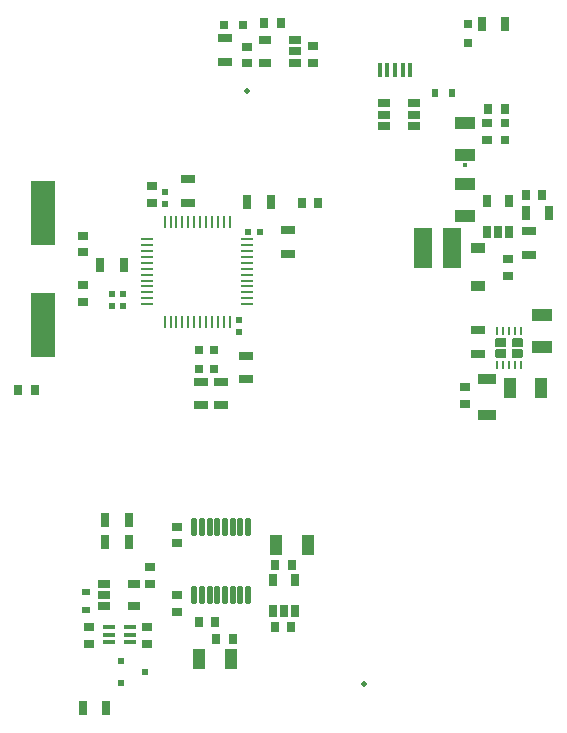
<source format=gbr>
%TF.GenerationSoftware,Altium Limited,Altium Designer,21.6.4 (81)*%
G04 Layer_Color=8421504*
%FSLAX43Y43*%
%MOMM*%
%TF.SameCoordinates,B20EAAAA-7FFA-483C-807E-B1D6702B97A4*%
%TF.FilePolarity,Positive*%
%TF.FileFunction,Paste,Top*%
%TF.Part,Single*%
G01*
G75*
%TA.AperFunction,SMDPad,CuDef*%
%ADD10C,0.500*%
%ADD11R,0.700X1.250*%
%ADD12R,0.800X0.900*%
%ADD13R,1.250X0.700*%
%ADD14R,0.800X0.800*%
%ADD16R,0.250X0.700*%
%ADD17R,0.500X0.800*%
%ADD18R,1.600X0.850*%
%ADD19R,1.000X0.200*%
%ADD20R,0.200X1.000*%
%ADD21R,0.600X0.500*%
%ADD22R,0.900X0.800*%
%ADD23R,1.219X0.914*%
%ADD24R,1.700X1.100*%
%ADD25R,1.100X1.700*%
G04:AMPARAMS|DCode=26|XSize=1.1mm|YSize=0.6mm|CornerRadius=0.021mm|HoleSize=0mm|Usage=FLASHONLY|Rotation=270.000|XOffset=0mm|YOffset=0mm|HoleType=Round|Shape=RoundedRectangle|*
%AMROUNDEDRECTD26*
21,1,1.100,0.558,0,0,270.0*
21,1,1.058,0.600,0,0,270.0*
1,1,0.042,-0.279,-0.529*
1,1,0.042,-0.279,0.529*
1,1,0.042,0.279,0.529*
1,1,0.042,0.279,-0.529*
%
%ADD26ROUNDEDRECTD26*%
%ADD27R,0.400X0.400*%
%TA.AperFunction,ConnectorPad*%
%ADD28R,0.450X1.300*%
%TA.AperFunction,SMDPad,CuDef*%
G04:AMPARAMS|DCode=29|XSize=0.3mm|YSize=1mm|CornerRadius=0mm|HoleSize=0mm|Usage=FLASHONLY|Rotation=90.000|XOffset=0mm|YOffset=0mm|HoleType=Round|Shape=RoundedRectangle|*
%AMROUNDEDRECTD29*
21,1,0.300,1.000,0,0,90.0*
21,1,0.300,1.000,0,0,90.0*
1,1,0.000,0.500,0.150*
1,1,0.000,0.500,-0.150*
1,1,0.000,-0.500,-0.150*
1,1,0.000,-0.500,0.150*
%
%ADD29ROUNDEDRECTD29*%
G04:AMPARAMS|DCode=30|XSize=1.1mm|YSize=0.6mm|CornerRadius=0.021mm|HoleSize=0mm|Usage=FLASHONLY|Rotation=180.000|XOffset=0mm|YOffset=0mm|HoleType=Round|Shape=RoundedRectangle|*
%AMROUNDEDRECTD30*
21,1,1.100,0.558,0,0,180.0*
21,1,1.058,0.600,0,0,180.0*
1,1,0.042,-0.529,0.279*
1,1,0.042,0.529,0.279*
1,1,0.042,0.529,-0.279*
1,1,0.042,-0.529,-0.279*
%
%ADD30ROUNDEDRECTD30*%
%ADD31R,0.700X0.750*%
%ADD32R,1.600X3.500*%
G04:AMPARAMS|DCode=33|XSize=0.45mm|YSize=1.5mm|CornerRadius=0.034mm|HoleSize=0mm|Usage=FLASHONLY|Rotation=180.000|XOffset=0mm|YOffset=0mm|HoleType=Round|Shape=RoundedRectangle|*
%AMROUNDEDRECTD33*
21,1,0.450,1.433,0,0,180.0*
21,1,0.383,1.500,0,0,180.0*
1,1,0.068,-0.191,0.716*
1,1,0.068,0.191,0.716*
1,1,0.068,0.191,-0.716*
1,1,0.068,-0.191,-0.716*
%
%ADD33ROUNDEDRECTD33*%
%ADD34R,2.000X5.500*%
%ADD35R,0.800X0.500*%
G04:AMPARAMS|DCode=36|XSize=0.6mm|YSize=1.1mm|CornerRadius=0.015mm|HoleSize=0mm|Usage=FLASHONLY|Rotation=270.000|XOffset=0mm|YOffset=0mm|HoleType=Round|Shape=RoundedRectangle|*
%AMROUNDEDRECTD36*
21,1,0.600,1.070,0,0,270.0*
21,1,0.570,1.100,0,0,270.0*
1,1,0.030,-0.535,-0.285*
1,1,0.030,-0.535,0.285*
1,1,0.030,0.535,0.285*
1,1,0.030,0.535,-0.285*
%
%ADD36ROUNDEDRECTD36*%
%ADD37R,0.800X0.800*%
%ADD38R,0.500X0.600*%
G36*
X43160Y35800D02*
Y35776D01*
X43142Y35732D01*
X43108Y35698D01*
X43064Y35680D01*
X43040D01*
D01*
X42320D01*
X42300D01*
X42263Y35695D01*
X42235Y35723D01*
X42220Y35760D01*
Y35780D01*
D01*
Y36300D01*
Y36320D01*
X42235Y36357D01*
X42263Y36385D01*
X42300Y36400D01*
X42320D01*
D01*
X43080D01*
X43096D01*
X43125Y36388D01*
X43148Y36365D01*
X43160Y36336D01*
Y36320D01*
D01*
Y35800D01*
D02*
G37*
G36*
Y36710D02*
Y36686D01*
X43142Y36642D01*
X43108Y36608D01*
X43064Y36590D01*
X43040D01*
D01*
X42320D01*
X42300D01*
X42263Y36605D01*
X42235Y36633D01*
X42220Y36670D01*
Y36690D01*
D01*
Y37210D01*
Y37230D01*
X42235Y37267D01*
X42263Y37295D01*
X42300Y37310D01*
X42320D01*
D01*
X43080D01*
X43096D01*
X43125Y37298D01*
X43148Y37275D01*
X43160Y37246D01*
Y37230D01*
D01*
Y36710D01*
D02*
G37*
G36*
X44580Y35800D02*
Y35776D01*
X44562Y35732D01*
X44528Y35698D01*
X44484Y35680D01*
X44460D01*
D01*
X43740D01*
X43720D01*
X43683Y35695D01*
X43655Y35723D01*
X43640Y35760D01*
Y35780D01*
D01*
Y36300D01*
Y36320D01*
X43655Y36357D01*
X43683Y36385D01*
X43720Y36400D01*
X43740D01*
D01*
X44500D01*
X44516D01*
X44545Y36388D01*
X44568Y36365D01*
X44580Y36336D01*
Y36320D01*
D01*
Y35800D01*
D02*
G37*
G36*
Y36710D02*
Y36686D01*
X44562Y36642D01*
X44528Y36608D01*
X44484Y36590D01*
X44460D01*
D01*
X43740D01*
X43720D01*
X43683Y36605D01*
X43655Y36633D01*
X43640Y36670D01*
Y36690D01*
D01*
Y37210D01*
Y37230D01*
X43655Y37267D01*
X43683Y37295D01*
X43720Y37310D01*
X43740D01*
D01*
X44500D01*
X44516D01*
X44545Y37298D01*
X44568Y37275D01*
X44580Y37246D01*
Y37230D01*
D01*
Y36710D01*
D02*
G37*
D10*
X21250Y58250D02*
D03*
X31100Y8050D02*
D03*
D11*
X21250Y48850D02*
D03*
X23250D02*
D03*
X7300Y6000D02*
D03*
X9300D02*
D03*
X9200Y21900D02*
D03*
X11200D02*
D03*
Y20050D02*
D03*
X9200D02*
D03*
X46800Y47900D02*
D03*
X44800D02*
D03*
X43100Y63900D02*
D03*
X41100D02*
D03*
X8800Y43500D02*
D03*
X10800D02*
D03*
D12*
X25850Y48800D02*
D03*
X27250D02*
D03*
X46200Y49450D02*
D03*
X44800D02*
D03*
X17150Y13300D02*
D03*
X18550D02*
D03*
X41650Y56750D02*
D03*
X43050D02*
D03*
X24950Y12900D02*
D03*
X23550D02*
D03*
X1850Y32950D02*
D03*
X3250D02*
D03*
X25000Y18150D02*
D03*
X23600D02*
D03*
X20000Y11850D02*
D03*
X18600D02*
D03*
X24100Y64050D02*
D03*
X22700D02*
D03*
D13*
X19000Y33650D02*
D03*
Y31650D02*
D03*
X40800Y38000D02*
D03*
Y36000D02*
D03*
X45100Y46400D02*
D03*
Y44400D02*
D03*
X16250Y48800D02*
D03*
Y50800D02*
D03*
X17350Y33650D02*
D03*
Y31650D02*
D03*
X19350Y62700D02*
D03*
Y60700D02*
D03*
X21100Y35850D02*
D03*
Y33850D02*
D03*
X24650Y46450D02*
D03*
Y44450D02*
D03*
D14*
X18400Y36300D02*
D03*
Y34700D02*
D03*
X39900Y63900D02*
D03*
Y62300D02*
D03*
X17150Y36300D02*
D03*
Y34700D02*
D03*
D16*
X43400Y35070D02*
D03*
X43900D02*
D03*
X44400D02*
D03*
X42900D02*
D03*
X42400D02*
D03*
Y37930D02*
D03*
X42900D02*
D03*
X44400D02*
D03*
X43900D02*
D03*
X43400D02*
D03*
D17*
X37100Y58100D02*
D03*
X38600D02*
D03*
D18*
X41550Y33875D02*
D03*
Y30825D02*
D03*
D19*
X21250Y45700D02*
D03*
X12750Y41700D02*
D03*
Y45700D02*
D03*
X21250Y43200D02*
D03*
Y41700D02*
D03*
Y44200D02*
D03*
Y43700D02*
D03*
X12750Y40200D02*
D03*
X21250D02*
D03*
Y41200D02*
D03*
Y40700D02*
D03*
X12750Y42700D02*
D03*
X21250Y44700D02*
D03*
X12750Y43200D02*
D03*
Y43700D02*
D03*
X21250Y42200D02*
D03*
X12750Y45200D02*
D03*
Y44700D02*
D03*
X21250Y42700D02*
D03*
X12750Y40700D02*
D03*
Y44200D02*
D03*
X21250Y45200D02*
D03*
X12750Y42200D02*
D03*
Y41200D02*
D03*
D20*
X19750Y38700D02*
D03*
X18750D02*
D03*
X15750Y47200D02*
D03*
X16750D02*
D03*
X18250Y38700D02*
D03*
X15250Y47200D02*
D03*
X14250D02*
D03*
X16750Y38700D02*
D03*
X14250D02*
D03*
X15750D02*
D03*
X16250D02*
D03*
X15250D02*
D03*
X19750Y47200D02*
D03*
X16250D02*
D03*
X14750Y38700D02*
D03*
X19250D02*
D03*
X17750D02*
D03*
X14750Y47200D02*
D03*
X17250Y38700D02*
D03*
X18250Y47200D02*
D03*
X18750D02*
D03*
X19250D02*
D03*
X17750D02*
D03*
X17250D02*
D03*
D21*
X10550Y8100D02*
D03*
Y10000D02*
D03*
X12550Y9050D02*
D03*
X9750Y41100D02*
D03*
X10750D02*
D03*
X9750Y40050D02*
D03*
X10750D02*
D03*
X21300Y46350D02*
D03*
X22300D02*
D03*
D22*
X7850Y12850D02*
D03*
Y11450D02*
D03*
X39700Y31750D02*
D03*
Y33150D02*
D03*
X41550Y55500D02*
D03*
Y54100D02*
D03*
X43300Y44000D02*
D03*
Y42600D02*
D03*
X15300Y21350D02*
D03*
Y19950D02*
D03*
X15300Y14150D02*
D03*
Y15550D02*
D03*
X13000Y17950D02*
D03*
Y16550D02*
D03*
X12750Y12850D02*
D03*
Y11450D02*
D03*
X13200Y50200D02*
D03*
Y48800D02*
D03*
X7350Y44600D02*
D03*
Y46000D02*
D03*
X7350Y41800D02*
D03*
Y40400D02*
D03*
X26800Y62050D02*
D03*
Y60650D02*
D03*
X21250Y62000D02*
D03*
Y60600D02*
D03*
D23*
X40750Y41712D02*
D03*
Y44988D02*
D03*
D24*
X46200Y36550D02*
D03*
Y39250D02*
D03*
X39650Y52850D02*
D03*
Y55550D02*
D03*
X39675Y50400D02*
D03*
Y47700D02*
D03*
D25*
X46150Y33100D02*
D03*
X43450D02*
D03*
X23700Y19850D02*
D03*
X26400D02*
D03*
X17150Y10150D02*
D03*
X19850D02*
D03*
D26*
X41500Y46350D02*
D03*
X42450D02*
D03*
X43400D02*
D03*
Y48950D02*
D03*
X41500D02*
D03*
X23418Y14258D02*
D03*
X24368D02*
D03*
X25318D02*
D03*
Y16858D02*
D03*
X23418D02*
D03*
D27*
X39650Y51950D02*
D03*
D28*
X35050Y60050D02*
D03*
X32450D02*
D03*
X34400D02*
D03*
X33750D02*
D03*
X33100D02*
D03*
D29*
X9510Y12870D02*
D03*
Y12220D02*
D03*
Y11570D02*
D03*
X11310D02*
D03*
Y12220D02*
D03*
Y12870D02*
D03*
D30*
X9075Y16525D02*
D03*
Y15575D02*
D03*
Y14625D02*
D03*
X11675D02*
D03*
Y16525D02*
D03*
X25325Y60650D02*
D03*
Y61600D02*
D03*
Y62550D02*
D03*
X22725D02*
D03*
Y60650D02*
D03*
D31*
X43100Y54075D02*
D03*
Y55525D02*
D03*
D32*
X36150Y44950D02*
D03*
X38550D02*
D03*
D33*
X21300Y21350D02*
D03*
X20650D02*
D03*
X20000D02*
D03*
X19350D02*
D03*
X18700D02*
D03*
X18050D02*
D03*
X17400D02*
D03*
X16750D02*
D03*
Y15550D02*
D03*
X17400D02*
D03*
X18050D02*
D03*
X18700D02*
D03*
X19350D02*
D03*
X20000D02*
D03*
X20650D02*
D03*
X21300D02*
D03*
D34*
X3950Y38400D02*
D03*
Y47900D02*
D03*
D35*
X7600Y14350D02*
D03*
Y15850D02*
D03*
D36*
X35400Y57200D02*
D03*
Y56250D02*
D03*
Y55300D02*
D03*
X32800D02*
D03*
Y56250D02*
D03*
Y57200D02*
D03*
D37*
X19250Y63800D02*
D03*
X20850D02*
D03*
D38*
X20500Y38850D02*
D03*
Y37850D02*
D03*
X14250Y48700D02*
D03*
Y49700D02*
D03*
%TF.MD5,7a7429931995332d452e060212a88f35*%
M02*

</source>
